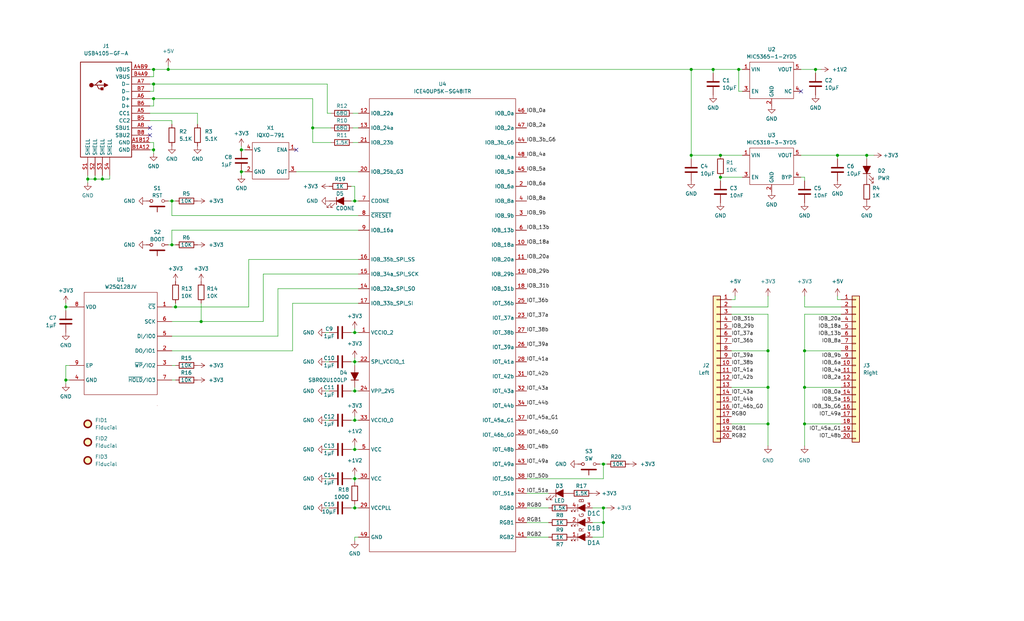
<source format=kicad_sch>
(kicad_sch (version 20231120) (generator "eeschema") (generator_version "8.0")
  (paper "USLegal")
  (title_block (title "iCEblinkPico") (date "2024-07-01") (company "Olin College of Engineering"))
  (lib_symbols
    (symbol "Connector_Generic:Conn_01x20" (pin_names (offset 1.016) hide)
      (property "Reference" "J" (at 0 25.4 0))
      (property "Value" "Conn_01x20" (at 0 -27.94 0))
      (symbol "Conn_01x20_1_1"
        (pin passive line (at -5.08 22.86 0) (length 3.81) (name "Pin_1") (number "1"))
        (pin passive line (at -5.08 0 0) (length 3.81) (name "Pin_10") (number "10"))
        (pin passive line (at -5.08 -2.54 0) (length 3.81) (name "Pin_11") (number "11"))
        (pin passive line (at -5.08 -5.08 0) (length 3.81) (name "Pin_12") (number "12"))
        (pin passive line (at -5.08 -7.62 0) (length 3.81) (name "Pin_13") (number "13"))
        (pin passive line (at -5.08 -10.16 0) (length 3.81) (name "Pin_14") (number "14"))
        (pin passive line (at -5.08 -12.7 0) (length 3.81) (name "Pin_15") (number "15"))
        (pin passive line (at -5.08 -15.24 0) (length 3.81) (name "Pin_16") (number "16"))
        (pin passive line (at -5.08 -17.78 0) (length 3.81) (name "Pin_17") (number "17"))
        (pin passive line (at -5.08 -20.32 0) (length 3.81) (name "Pin_18") (number "18"))
        (pin passive line (at -5.08 -22.86 0) (length 3.81) (name "Pin_19") (number "19"))
        (pin passive line (at -5.08 20.32 0) (length 3.81) (name "Pin_2") (number "2"))
        (pin passive line (at -5.08 -25.4 0) (length 3.81) (name "Pin_20") (number "20"))
        (pin passive line (at -5.08 17.78 0) (length 3.81) (name "Pin_3") (number "3"))
        (pin passive line (at -5.08 15.24 0) (length 3.81) (name "Pin_4") (number "4"))
        (pin passive line (at -5.08 12.7 0) (length 3.81) (name "Pin_5") (number "5"))
        (pin passive line (at -5.08 10.16 0) (length 3.81) (name "Pin_6") (number "6"))
        (pin passive line (at -5.08 7.62 0) (length 3.81) (name "Pin_7") (number "7"))
        (pin passive line (at -5.08 5.08 0) (length 3.81) (name "Pin_8") (number "8"))
        (pin passive line (at -5.08 2.54 0) (length 3.81) (name "Pin_9") (number "9"))
      )
    )
    (symbol "Device:C" (pin_numbers hide) (pin_names (offset 0.254))
      (property "Reference" "C" (at 0.635 2.54 0))
      (property "Value" "C" (at 0.635 -2.54 0))
      (symbol "C_1_1"
        (pin passive line (at 0 3.81 270) (length 2.794) (name "~") (number "1"))
        (pin passive line (at 0 -3.81 90) (length 2.794) (name "~") (number "2"))
      )
    )
    (symbol "Device:D_Filled" (pin_numbers hide) (pin_names (offset 1.016) hide)
      (property "Reference" "D" (at 0 2.54 0))
      (property "Value" "D_Filled" (at 0 -2.54 0))
      (symbol "D_Filled_1_1"
        (pin passive line (at -3.81 0 0) (length 2.54) (name "K") (number "1"))
        (pin passive line (at 3.81 0 180) (length 2.54) (name "A") (number "2"))
      )
    )
    (symbol "Device:LED_Filled" (pin_numbers hide) (pin_names (offset 1.016) hide)
      (property "Reference" "D" (at 0 2.54 0))
      (property "Value" "LED_Filled" (at 0 -2.54 0))
      (symbol "LED_Filled_1_1"
        (pin passive line (at -3.81 0 0) (length 2.54) (name "K") (number "1"))
        (pin passive line (at 3.81 0 180) (length 2.54) (name "A") (number "2"))
      )
    )
    (symbol "Device:R" (pin_numbers hide) (pin_names (offset 0))
      (property "Reference" "R" (at 2.032 0 90))
      (property "Value" "R" (at 0 0 90))
      (symbol "R_1_1"
        (pin passive line (at 0 3.81 270) (length 1.27) (name "~") (number "1"))
        (pin passive line (at 0 -3.81 90) (length 1.27) (name "~") (number "2"))
      )
    )
    (symbol "Eclectronics:ICE40UP5K-SG48ITR"
      (property "Reference" "U" (at 0 81.915 0))
      (property "Value" "ICE40UP5K-SG48ITR" (at 0 80.01 0))
      (symbol "ICE40UP5K-SG48ITR_1_1"
        (pin power_in line (at -29.21 -2.54 0) (length 3.81) (name "VCCIO_2") (number "1"))
        (pin bidirectional line (at 29.21 27.94 180) (length 3.81) (name "IOB_18a") (number "10"))
        (pin bidirectional line (at 29.21 22.86 180) (length 3.81) (name "IOB_20a") (number "11"))
        (pin bidirectional line (at -29.21 73.66 0) (length 3.81) (name "IOB_22a") (number "12"))
        (pin bidirectional line (at -29.21 68.58 0) (length 3.81) (name "IOB_24a") (number "13"))
        (pin bidirectional line (at -29.21 12.7 0) (length 3.81) (name "IOB_32a_SPI_SO") (number "14"))
        (pin bidirectional line (at -29.21 17.78 0) (length 3.81) (name "IOB_34a_SPI_SCK") (number "15"))
        (pin bidirectional line (at -29.21 22.86 0) (length 3.81) (name "IOB_35b_SPI_SS") (number "16"))
        (pin bidirectional line (at -29.21 7.62 0) (length 3.81) (name "IOB_33b_SPI_SI") (number "17"))
        (pin bidirectional line (at 29.21 12.7 180) (length 3.81) (name "IOB_31b") (number "18"))
        (pin bidirectional line (at 29.21 17.78 180) (length 3.81) (name "IOB_29b") (number "19"))
        (pin bidirectional line (at 29.21 48.26 180) (length 3.81) (name "IOB_6a") (number "2"))
        (pin bidirectional line (at -29.21 53.34 0) (length 3.81) (name "IOB_25b_G3") (number "20"))
        (pin bidirectional line (at -29.21 63.5 0) (length 3.81) (name "IOB_23b") (number "21"))
        (pin power_in line (at -29.21 -12.7 0) (length 3.81) (name "SPI_VCCIO_1") (number "22"))
        (pin bidirectional line (at 29.21 2.54 180) (length 3.81) (name "IOT_37a") (number "23"))
        (pin power_in line (at -29.21 -22.86 0) (length 3.81) (name "VPP_2V5") (number "24"))
        (pin bidirectional line (at 29.21 7.62 180) (length 3.81) (name "IOT_36b") (number "25"))
        (pin bidirectional line (at 29.21 -7.62 180) (length 3.81) (name "IOT_39a") (number "26"))
        (pin bidirectional line (at 29.21 -2.54 180) (length 3.81) (name "IOT_38b") (number "27"))
        (pin bidirectional line (at 29.21 -12.7 180) (length 3.81) (name "IOT_41a") (number "28"))
        (pin power_in line (at -29.21 -63.5 0) (length 3.81) (name "VCCPLL") (number "29"))
        (pin bidirectional line (at 29.21 38.1 180) (length 3.81) (name "IOB_9b") (number "3"))
        (pin power_in line (at -29.21 -53.34 0) (length 3.81) (name "VCC") (number "30"))
        (pin bidirectional line (at 29.21 -17.78 180) (length 3.81) (name "IOT_42b") (number "31"))
        (pin bidirectional line (at 29.21 -22.86 180) (length 3.81) (name "IOT_43a") (number "32"))
        (pin power_in line (at -29.21 -33.02 0) (length 3.81) (name "VCCIO_0") (number "33"))
        (pin bidirectional line (at 29.21 -27.94 180) (length 3.81) (name "IOT_44b") (number "34"))
        (pin bidirectional line (at 29.21 -38.1 180) (length 3.81) (name "IOT_46b_G0") (number "35"))
        (pin bidirectional line (at 29.21 -43.18 180) (length 3.81) (name "IOT_48b") (number "36"))
        (pin bidirectional line (at 29.21 -33.02 180) (length 3.81) (name "IOT_45a_G1") (number "37"))
        (pin bidirectional line (at 29.21 -53.34 180) (length 3.81) (name "IOT_50b") (number "38"))
        (pin open_collector line (at 29.21 -63.5 180) (length 3.81) (name "RGB0") (number "39"))
        (pin bidirectional line (at 29.21 43.18 180) (length 3.81) (name "IOB_8a") (number "4"))
        (pin open_collector line (at 29.21 -68.58 180) (length 3.81) (name "RGB1") (number "40"))
        (pin open_collector line (at 29.21 -73.66 180) (length 3.81) (name "RGB2") (number "41"))
        (pin bidirectional line (at 29.21 -58.42 180) (length 3.81) (name "IOT_51a") (number "42"))
        (pin bidirectional line (at 29.21 -48.26 180) (length 3.81) (name "IOT_49a") (number "43"))
        (pin bidirectional line (at 29.21 63.5 180) (length 3.81) (name "IOB_3b_G6") (number "44"))
        (pin bidirectional line (at 29.21 53.34 180) (length 3.81) (name "IOB_5a") (number "45"))
        (pin bidirectional line (at 29.21 73.66 180) (length 3.81) (name "IOB_0a") (number "46"))
        (pin bidirectional line (at 29.21 68.58 180) (length 3.81) (name "IOB_2a") (number "47"))
        (pin bidirectional line (at 29.21 58.42 180) (length 3.81) (name "IOB_4a") (number "48"))
        (pin power_in line (at -29.21 -73.66 0) (length 3.81) (name "GND") (number "49"))
        (pin power_in line (at -29.21 -43.18 0) (length 3.81) (name "VCC") (number "5"))
        (pin bidirectional line (at 29.21 33.02 180) (length 3.81) (name "IOB_13b") (number "6"))
        (pin output line (at -29.21 43.18 0) (length 3.81) (name "CDONE") (number "7"))
        (pin input line (at -29.21 38.1 0) (length 3.81) (name "~{CRESET}") (number "8"))
        (pin bidirectional line (at -29.21 33.02 0) (length 3.81) (name "IOB_16a") (number "9"))
      )
    )
    (symbol "Eclectronics:IN-S85TATRGB_ALT" (pin_names (offset 1.016))
      (property "Reference" "D" (at 2.54 -5.08 90))
      (symbol "IN-S85TATRGB_ALT_0_1"
        (pin input line (at 0 3.81 270) (length 2.54) (name "~") (number "3"))
      )
      (symbol "IN-S85TATRGB_ALT_1_0"
        (text "R" (at -2.54 0 0) (effects (font (size 1.524 1.524))))
      )
      (symbol "IN-S85TATRGB_ALT_1_1"
        (pin input line (at 0 -3.81 90) (length 2.54) (name "~") (number "1"))
      )
      (symbol "IN-S85TATRGB_ALT_2_0"
        (text "G" (at -2.54 0 0) (effects (font (size 1.524 1.524))))
      )
      (symbol "IN-S85TATRGB_ALT_2_1"
        (pin input line (at 0 -3.81 90) (length 2.54) (name "~") (number "2"))
      )
      (symbol "IN-S85TATRGB_ALT_3_0"
        (text "B" (at -2.54 0 0) (effects (font (size 1.524 1.524))))
      )
      (symbol "IN-S85TATRGB_ALT_3_1"
        (pin input line (at 0 -3.81 90) (length 2.54) (name "~") (number "4"))
      )
    )
    (symbol "Eclectronics:IQXO-791"
      (property "Reference" "X" (at 0 9.525 0))
      (property "Value" "IQXO-791" (at 0 7.62 0))
      (symbol "IQXO-791_1_1"
        (pin input line (at 8.89 3.81 180) (length 2.54) (name "ENA") (number "1"))
        (pin power_in line (at -8.89 -3.81 0) (length 2.54) (name "GND") (number "2"))
        (pin output line (at 8.89 -3.81 180) (length 2.54) (name "OUT") (number "3"))
        (pin power_in line (at -8.89 3.81 0) (length 2.54) (name "VS") (number "4"))
      )
    )
    (symbol "Eclectronics:MIC5318-3-3YD5"
      (property "Reference" "U" (at 0 9.525 0))
      (property "Value" "MIC5318-3-3YD5" (at 0 7.62 0))
      (symbol "MIC5318-3-3YD5_1_1"
        (pin power_in line (at -10.16 3.81 0) (length 2.54) (name "VIN") (number "1"))
        (pin power_in line (at 0 -8.89 90) (length 2.54) (name "GND") (number "2"))
        (pin input line (at -10.16 -3.81 0) (length 2.54) (name "EN") (number "3"))
        (pin input line (at 10.16 -3.81 180) (length 2.54) (name "BYP") (number "4"))
        (pin power_out line (at 10.16 3.81 180) (length 2.54) (name "VOUT") (number "5"))
      )
    )
    (symbol "Eclectronics:MIC5365-1-2YD5"
      (property "Reference" "U" (at 0 9.525 0))
      (property "Value" "MIC5365-1-2YD5" (at 0 7.62 0))
      (symbol "MIC5365-1-2YD5_1_1"
        (pin power_in line (at -10.16 3.81 0) (length 2.54) (name "VIN") (number "1"))
        (pin power_in line (at 0 -8.89 90) (length 2.54) (name "GND") (number "2"))
        (pin input line (at -10.16 -3.81 0) (length 2.54) (name "EN") (number "3"))
        (pin input line (at 10.16 -3.81 180) (length 2.54) (name "NC") (number "4"))
        (pin power_out line (at 10.16 3.81 180) (length 2.54) (name "VOUT") (number "5"))
      )
    )
    (symbol "Eclectronics:SW" (pin_numbers hide) (pin_names (offset 1.016) hide)
      (property "Reference" "S" (at 1.27 2.54 0))
      (property "Value" "SW" (at 1.27 -2.54 0))
      (symbol "SW_1_1"
        (pin input line (at 0 -3.81 90) (length 1.27) (name "1") (number "1"))
        (pin input line (at 0 3.81 270) (length 1.27) (name "2") (number "2"))
      )
    )
    (symbol "Eclectronics:USB4105-GF-A"
      (property "Reference" "J" (at -8.89 20.32 0))
      (property "Value" "USB4105-GF-A" (at -8.89 17.78 0))
      (symbol "USB4105-GF-A_1_1"
        (pin power_in line (at 15.24 -11.43 180) (length 6.35) (name "GND") (number "A1B12"))
        (pin power_in line (at 15.24 13.97 180) (length 6.35) (name "VBUS") (number "A4B9"))
        (pin bidirectional line (at 15.24 -1.27 180) (length 6.35) (name "CC1") (number "A5"))
        (pin bidirectional line (at 15.24 3.81 180) (length 6.35) (name "D+") (number "A6"))
        (pin bidirectional line (at 15.24 8.89 180) (length 6.35) (name "D-") (number "A7"))
        (pin bidirectional line (at 15.24 -6.35 180) (length 6.35) (name "SBU1") (number "A8"))
        (pin power_in line (at 15.24 -13.97 180) (length 6.35) (name "GND") (number "B1A12"))
        (pin power_in line (at 15.24 11.43 180) (length 6.35) (name "VBUS") (number "B4A9"))
        (pin bidirectional line (at 15.24 -3.81 180) (length 6.35) (name "CC2") (number "B5"))
        (pin bidirectional line (at 15.24 1.27 180) (length 6.35) (name "D+") (number "B6"))
        (pin bidirectional line (at 15.24 6.35 180) (length 6.35) (name "D-") (number "B7"))
        (pin bidirectional line (at 15.24 -8.89 180) (length 6.35) (name "SBU2") (number "B8"))
        (pin power_in line (at -6.35 -22.86 90) (length 6.35) (name "SHELL") (number "S1"))
        (pin power_in line (at -3.81 -22.86 90) (length 6.35) (name "SHELL") (number "S2"))
        (pin power_in line (at -1.27 -22.86 90) (length 6.35) (name "SHELL") (number "S3"))
        (pin power_in line (at 1.27 -22.86 90) (length 6.35) (name "SHELL") (number "S4"))
      )
    )
    (symbol "Eclectronics:W25Q128JV"
      (property "Reference" "U" (at -12.7 21.59 0))
      (property "Value" "W25Q128JV" (at -12.7 19.05 0))
      (symbol "W25Q128JV_1_1"
        (pin input line (at 17.78 12.7 180) (length 5.08) (name "~{CS}") (number "1"))
        (pin bidirectional line (at 17.78 -2.54 180) (length 5.08) (name "DO/IO1") (number "2"))
        (pin bidirectional line (at 17.78 -7.62 180) (length 5.08) (name "~{WP}/IO2") (number "3"))
        (pin power_in line (at -17.78 -12.7 0) (length 5.08) (name "GND") (number "4"))
        (pin bidirectional line (at 17.78 2.54 180) (length 5.08) (name "DI/IO0") (number "5"))
        (pin input line (at 17.78 7.62 180) (length 5.08) (name "SCK") (number "6"))
        (pin bidirectional line (at 17.78 -12.7 180) (length 5.08) (name "~{HOLD}/IO3") (number "7"))
        (pin power_in line (at -17.78 12.7 0) (length 5.08) (name "VDD") (number "8"))
        (pin power_in line (at -17.78 -7.62 0) (length 5.08) (name "EP") (number "9"))
      )
    )
    (symbol "Mechanical:Fiducial"
      (property "Reference" "FID" (at 0 5.08 0))
      (property "Value" "Fiducial" (at 0 3.175 0))
    )
    (symbol "power:+1V2" (power) (pin_names (offset 0))
      (property "Value" "+1V2" (at 0 3.556 0))
      (symbol "+1V2_1_1"
        (pin power_in line (at 0 0 90) (length 0) hide (name "+1V2") (number "1"))
      )
    )
    (symbol "power:+3V3" (power) (pin_names (offset 0))
      (property "Value" "+3V3" (at 0 3.556 0))
      (symbol "+3V3_1_1"
        (pin power_in line (at 0 0 90) (length 0) hide (name "+3V3") (number "1"))
      )
    )
    (symbol "power:+5V" (power) (pin_names (offset 0))
      (property "Value" "+5V" (at 0 3.556 0))
      (symbol "+5V_1_1"
        (pin power_in line (at 0 0 90) (length 0) hide (name "+5V") (number "1"))
      )
    )
    (symbol "power:GND" (power) (pin_names (offset 0))
      (property "Value" "GND" (at 0 -3.81 0))
      (symbol "GND_1_1"
        (pin power_in line (at 0 0 270) (length 0) hide (name "GND") (number "1"))
      )
    )
  )
  (junction (at 290.83 53.975))
  (junction (at 266.7 147.32))
  (junction (at 256.54 24.13))
  (junction (at 123.19 115.57))
  (junction (at 108.585 44.45))
  (junction (at 69.85 111.76))
  (junction (at 123.19 166.37))
  (junction (at 33.02 62.23))
  (junction (at 59.69 85.09))
  (junction (at 83.82 59.69))
  (junction (at 250.19 53.975))
  (junction (at 22.86 132.08))
  (junction (at 283.21 24.13))
  (junction (at 123.19 146.05))
  (junction (at 123.19 125.73))
  (junction (at 279.4 121.92))
  (junction (at 83.82 52.07))
  (junction (at 247.65 24.13))
  (junction (at 60.96 106.68))
  (junction (at 250.19 61.595))
  (junction (at 53.34 52.07))
  (junction (at 53.34 29.21))
  (junction (at 240.03 24.13))
  (junction (at 209.55 181.61))
  (junction (at 240.03 53.975))
  (junction (at 300.99 53.975))
  (junction (at 123.19 156.21))
  (junction (at 209.55 176.53))
  (junction (at 35.56 62.23))
  (junction (at 209.55 161.29))
  (junction (at 123.19 176.53))
  (junction (at 123.19 135.89))
  (junction (at 53.34 24.13))
  (junction (at 266.7 121.92))
  (junction (at 266.7 134.62))
  (junction (at 279.4 134.62))
  (junction (at 59.69 69.85))
  (junction (at 58.42 24.13))
  (junction (at 123.19 69.85))
  (junction (at 22.86 106.68))
  (junction (at 279.4 147.32))
  (junction (at 53.34 34.29))
  (junction (at 30.48 62.23))
  (no_connect (at 52.07 44.45))
  (no_connect (at 52.07 46.99))
  (no_connect (at 278.13 31.75))
  (no_connect (at 102.87 52.07))
  (wire (pts (xy 53.34 26.67) (xy 53.34 24.13)))
  (wire (pts (xy 33.02 62.23) (xy 35.56 62.23)))
  (wire (pts (xy 182.88 181.61) (xy 190.5 181.61)))
  (wire (pts (xy 255.27 102.87) (xy 255.27 104.14)))
  (wire (pts (xy 123.19 124.46) (xy 123.19 125.73)))
  (wire (pts (xy 52.07 36.83) (xy 53.34 36.83)))
  (wire (pts (xy 266.7 109.22) (xy 266.7 121.92)))
  (wire (pts (xy 257.81 31.75) (xy 256.54 31.75)))
  (wire (pts (xy 59.69 74.93) (xy 124.46 74.93)))
  (wire (pts (xy 114.935 39.37) (xy 113.665 39.37)))
  (wire (pts (xy 209.55 186.69) (xy 205.74 186.69)))
  (wire (pts (xy 209.55 181.61) (xy 209.55 186.69)))
  (wire (pts (xy 22.86 127) (xy 22.86 132.08)))
  (wire (pts (xy 33.02 60.96) (xy 33.02 62.23)))
  (wire (pts (xy 52.07 52.07) (xy 53.34 52.07)))
  (wire (pts (xy 113.03 166.37) (xy 114.3 166.37)))
  (wire (pts (xy 60.96 106.68) (xy 86.36 106.68)))
  (wire (pts (xy 30.48 62.23) (xy 30.48 63.5)))
  (wire (pts (xy 209.55 176.53) (xy 210.82 176.53)))
  (wire (pts (xy 101.6 121.92) (xy 101.6 105.41)))
  (wire (pts (xy 279.4 102.87) (xy 279.4 106.68)))
  (wire (pts (xy 123.19 165.1) (xy 123.19 166.37)))
  (wire (pts (xy 108.585 44.45) (xy 108.585 34.29)))
  (wire (pts (xy 123.19 187.96) (xy 123.19 186.69)))
  (wire (pts (xy 53.34 24.13) (xy 58.42 24.13)))
  (wire (pts (xy 279.4 109.22) (xy 279.4 121.92)))
  (wire (pts (xy 35.56 60.96) (xy 35.56 62.23)))
  (wire (pts (xy 86.36 106.68) (xy 86.36 90.17)))
  (wire (pts (xy 292.1 109.22) (xy 279.4 109.22)))
  (wire (pts (xy 52.07 26.67) (xy 53.34 26.67)))
  (wire (pts (xy 96.52 116.84) (xy 96.52 100.33)))
  (wire (pts (xy 300.99 55.245) (xy 300.99 53.975)))
  (wire (pts (xy 113.665 29.21) (xy 53.34 29.21)))
  (wire (pts (xy 290.83 102.87) (xy 290.83 104.14)))
  (wire (pts (xy 53.34 49.53) (xy 53.34 52.07)))
  (wire (pts (xy 53.34 52.07) (xy 53.34 53.34)))
  (wire (pts (xy 59.69 106.68) (xy 60.96 106.68)))
  (wire (pts (xy 279.4 61.595) (xy 279.4 62.865)))
  (wire (pts (xy 123.19 125.73) (xy 124.46 125.73)))
  (wire (pts (xy 124.46 166.37) (xy 123.19 166.37)))
  (wire (pts (xy 122.555 49.53) (xy 124.46 49.53)))
  (wire (pts (xy 121.92 64.77) (xy 123.19 64.77)))
  (wire (pts (xy 33.02 62.23) (xy 30.48 62.23)))
  (wire (pts (xy 113.03 146.05) (xy 114.3 146.05)))
  (wire (pts (xy 209.55 161.29) (xy 210.82 161.29)))
  (wire (pts (xy 122.555 44.45) (xy 124.46 44.45)))
  (wire (pts (xy 182.88 186.69) (xy 190.5 186.69)))
  (wire (pts (xy 59.69 80.01) (xy 124.46 80.01)))
  (wire (pts (xy 254 121.92) (xy 266.7 121.92)))
  (wire (pts (xy 59.69 111.76) (xy 69.85 111.76)))
  (wire (pts (xy 52.07 39.37) (xy 68.58 39.37)))
  (wire (pts (xy 59.69 127) (xy 60.96 127)))
  (wire (pts (xy 290.83 53.975) (xy 290.83 55.245)))
  (wire (pts (xy 123.19 135.89) (xy 124.46 135.89)))
  (wire (pts (xy 121.92 166.37) (xy 123.19 166.37)))
  (wire (pts (xy 292.1 134.62) (xy 279.4 134.62)))
  (wire (pts (xy 256.54 24.13) (xy 257.81 24.13)))
  (wire (pts (xy 247.65 24.13) (xy 256.54 24.13)))
  (wire (pts (xy 205.74 176.53) (xy 209.55 176.53)))
  (wire (pts (xy 123.19 115.57) (xy 124.46 115.57)))
  (wire (pts (xy 30.48 60.96) (xy 30.48 62.23)))
  (wire (pts (xy 108.585 49.53) (xy 114.935 49.53)))
  (wire (pts (xy 59.69 85.09) (xy 60.96 85.09)))
  (wire (pts (xy 22.86 105.41) (xy 22.86 106.68)))
  (wire (pts (xy 59.69 43.18) (xy 59.69 41.91)))
  (wire (pts (xy 121.92 115.57) (xy 123.19 115.57)))
  (wire (pts (xy 208.28 161.29) (xy 209.55 161.29)))
  (wire (pts (xy 123.19 144.78) (xy 123.19 146.05)))
  (wire (pts (xy 283.21 24.13) (xy 278.13 24.13)))
  (wire (pts (xy 83.82 59.69) (xy 85.09 59.69)))
  (wire (pts (xy 59.69 132.08) (xy 60.96 132.08)))
  (wire (pts (xy 52.07 49.53) (xy 53.34 49.53)))
  (wire (pts (xy 68.58 39.37) (xy 68.58 43.18)))
  (wire (pts (xy 279.4 154.94) (xy 279.4 147.32)))
  (wire (pts (xy 182.88 176.53) (xy 190.5 176.53)))
  (wire (pts (xy 123.19 175.26) (xy 123.19 176.53)))
  (wire (pts (xy 59.69 121.92) (xy 101.6 121.92)))
  (wire (pts (xy 53.34 31.75) (xy 53.34 29.21)))
  (wire (pts (xy 123.19 125.73) (xy 123.19 127)))
  (wire (pts (xy 24.13 106.68) (xy 22.86 106.68)))
  (wire (pts (xy 247.65 25.4) (xy 247.65 24.13)))
  (wire (pts (xy 123.19 156.21) (xy 124.46 156.21)))
  (wire (pts (xy 108.585 34.29) (xy 53.34 34.29)))
  (wire (pts (xy 22.86 133.35) (xy 22.86 132.08)))
  (wire (pts (xy 113.03 115.57) (xy 114.3 115.57)))
  (wire (pts (xy 59.69 69.85) (xy 60.96 69.85)))
  (wire (pts (xy 113.03 176.53) (xy 114.3 176.53)))
  (wire (pts (xy 122.555 39.37) (xy 124.46 39.37)))
  (wire (pts (xy 22.86 132.08) (xy 24.13 132.08)))
  (wire (pts (xy 182.88 171.45) (xy 190.5 171.45)))
  (wire (pts (xy 279.4 121.92) (xy 279.4 134.62)))
  (wire (pts (xy 113.03 125.73) (xy 114.3 125.73)))
  (wire (pts (xy 254 109.22) (xy 266.7 109.22)))
  (wire (pts (xy 52.07 31.75) (xy 53.34 31.75)))
  (wire (pts (xy 38.1 60.96) (xy 38.1 62.23)))
  (wire (pts (xy 121.92 156.21) (xy 123.19 156.21)))
  (wire (pts (xy 290.83 104.14) (xy 292.1 104.14)))
  (wire (pts (xy 60.96 105.41) (xy 60.96 106.68)))
  (wire (pts (xy 292.1 106.68) (xy 279.4 106.68)))
  (wire (pts (xy 108.585 44.45) (xy 108.585 49.53)))
  (wire (pts (xy 22.86 106.68) (xy 22.86 107.95)))
  (wire (pts (xy 113.03 135.89) (xy 114.3 135.89)))
  (wire (pts (xy 266.7 102.87) (xy 266.7 106.68)))
  (wire (pts (xy 257.81 53.975) (xy 250.19 53.975)))
  (wire (pts (xy 58.42 85.09) (xy 59.69 85.09)))
  (wire (pts (xy 250.19 53.975) (xy 240.03 53.975)))
  (wire (pts (xy 58.42 24.13) (xy 240.03 24.13)))
  (wire (pts (xy 266.7 147.32) (xy 266.7 154.94)))
  (wire (pts (xy 123.19 154.94) (xy 123.19 156.21)))
  (wire (pts (xy 58.42 22.86) (xy 58.42 24.13)))
  (wire (pts (xy 91.44 95.25) (xy 124.46 95.25)))
  (wire (pts (xy 121.92 176.53) (xy 123.19 176.53)))
  (wire (pts (xy 182.88 166.37) (xy 209.55 166.37)))
  (wire (pts (xy 123.19 114.3) (xy 123.19 115.57)))
  (wire (pts (xy 59.69 41.91) (xy 52.07 41.91)))
  (wire (pts (xy 83.82 52.07) (xy 85.09 52.07)))
  (wire (pts (xy 278.13 61.595) (xy 279.4 61.595)))
  (wire (pts (xy 102.87 59.69) (xy 124.46 59.69)))
  (wire (pts (xy 205.74 181.61) (xy 209.55 181.61)))
  (wire (pts (xy 256.54 31.75) (xy 256.54 24.13)))
  (wire (pts (xy 91.44 111.76) (xy 91.44 95.25)))
  (wire (pts (xy 279.4 134.62) (xy 279.4 147.32)))
  (wire (pts (xy 121.92 146.05) (xy 123.19 146.05)))
  (wire (pts (xy 266.7 106.68) (xy 254 106.68)))
  (wire (pts (xy 300.99 53.975) (xy 290.83 53.975)))
  (wire (pts (xy 83.82 59.69) (xy 83.82 60.96)))
  (wire (pts (xy 283.21 25.4) (xy 283.21 24.13)))
  (wire (pts (xy 266.7 121.92) (xy 266.7 134.62)))
  (wire (pts (xy 123.19 69.85) (xy 124.46 69.85)))
  (wire (pts (xy 250.19 62.865) (xy 250.19 61.595)))
  (wire (pts (xy 209.55 176.53) (xy 209.55 181.61)))
  (wire (pts (xy 292.1 121.92) (xy 279.4 121.92)))
  (wire (pts (xy 266.7 134.62) (xy 266.7 147.32)))
  (wire (pts (xy 240.03 24.13) (xy 240.03 53.975)))
  (wire (pts (xy 240.03 53.975) (xy 240.03 55.245)))
  (wire (pts (xy 254 134.62) (xy 266.7 134.62)))
  (wire (pts (xy 255.27 104.14) (xy 254 104.14)))
  (wire (pts (xy 101.6 105.41) (xy 124.46 105.41)))
  (wire (pts (xy 123.19 166.37) (xy 123.19 167.64)))
  (wire (pts (xy 59.69 80.01) (xy 59.69 85.09)))
  (wire (pts (xy 59.69 69.85) (xy 59.69 74.93)))
  (wire (pts (xy 250.19 61.595) (xy 257.81 61.595)))
  (wire (pts (xy 123.19 134.62) (xy 123.19 135.89)))
  (wire (pts (xy 69.85 111.76) (xy 91.44 111.76)))
  (wire (pts (xy 83.82 50.8) (xy 83.82 52.07)))
  (wire (pts (xy 209.55 166.37) (xy 209.55 161.29)))
  (wire (pts (xy 59.69 116.84) (xy 96.52 116.84)))
  (wire (pts (xy 53.34 34.29) (xy 52.07 34.29)))
  (wire (pts (xy 69.85 105.41) (xy 69.85 111.76)))
  (wire (pts (xy 247.65 24.13) (xy 240.03 24.13)))
  (wire (pts (xy 86.36 90.17) (xy 124.46 90.17)))
  (wire (pts (xy 108.585 44.45) (xy 114.935 44.45)))
  (wire (pts (xy 300.99 53.975) (xy 303.53 53.975)))
  (wire (pts (xy 123.19 64.77) (xy 123.19 69.85)))
  (wire (pts (xy 123.19 186.69) (xy 124.46 186.69)))
  (wire (pts (xy 53.34 36.83) (xy 53.34 34.29)))
  (wire (pts (xy 279.4 147.32) (xy 292.1 147.32)))
  (wire (pts (xy 278.13 53.975) (xy 290.83 53.975)))
  (wire (pts (xy 53.34 29.21) (xy 52.07 29.21)))
  (wire (pts (xy 58.42 69.85) (xy 59.69 69.85)))
  (wire (pts (xy 24.13 127) (xy 22.86 127)))
  (wire (pts (xy 254 147.32) (xy 266.7 147.32)))
  (wire (pts (xy 283.21 24.13) (xy 285.115 24.13)))
  (wire (pts (xy 113.665 39.37) (xy 113.665 29.21)))
  (wire (pts (xy 53.34 24.13) (xy 52.07 24.13)))
  (wire (pts (xy 96.52 100.33) (xy 124.46 100.33)))
  (wire (pts (xy 113.03 156.21) (xy 114.3 156.21)))
  (wire (pts (xy 121.92 125.73) (xy 123.19 125.73)))
  (wire (pts (xy 123.19 176.53) (xy 124.46 176.53)))
  (wire (pts (xy 38.1 62.23) (xy 35.56 62.23)))
  (wire (pts (xy 123.19 146.05) (xy 124.46 146.05)))
  (wire (pts (xy 121.92 69.85) (xy 123.19 69.85)))
  (wire (pts (xy 121.92 135.89) (xy 123.19 135.89)))
  (label "IOT_41a" (at 182.88 125.73 0))
  (label "IOB_29b" (at 182.88 95.25 0))
  (label "IOB_2a" (at 182.88 44.45 0))
  (label "IOT_51a" (at 182.88 171.45 0))
  (label "IOT_46b_G0" (at 182.88 151.13 0))
  (label "IOB_9b" (at 292.1 124.46 180))
  (label "IOB_5a" (at 292.1 139.7 180))
  (label "IOT_49a" (at 292.1 144.78 180))
  (label "IOB_9b" (at 182.88 74.93 0))
  (label "IOB_31b" (at 254 111.76 0))
  (label "IOB_20a" (at 292.1 111.76 180))
  (label "IOT_50b" (at 182.88 166.37 0))
  (label "IOB_0a" (at 182.88 39.37 0))
  (label "IOT_44b" (at 254 139.7 0))
  (label "IOT_37a" (at 182.88 110.49 0))
  (label "IOB_2a" (at 292.1 132.08 180))
  (label "IOT_42b" (at 254 132.08 0))
  (label "IOT_39a" (at 182.88 120.65 0))
  (label "IOT_43a" (at 254 137.16 0))
  (label "IOT_41a" (at 254 129.54 0))
  (label "IOT_45a_G1" (at 182.88 146.05 0))
  (label "IOB_3b_G6" (at 182.88 49.53 0))
  (label "RGB1" (at 254 149.86 0))
  (label "IOB_31b" (at 182.88 100.33 0))
  (label "IOB_5a" (at 182.88 59.69 0))
  (label "IOB_4a" (at 292.1 129.54 180))
  (label "IOT_38b" (at 182.88 115.57 0))
  (label "IOT_36b" (at 182.88 105.41 0))
  (label "IOB_8a" (at 182.88 69.85 0))
  (label "IOB_20a" (at 182.88 90.17 0))
  (label "RGB2" (at 254 152.4 0))
  (label "IOB_6a" (at 292.1 127 180))
  (label "IOT_42b" (at 182.88 130.81 0))
  (label "IOB_8a" (at 292.1 119.38 180))
  (label "IOT_39a" (at 254 124.46 0))
  (label "IOT_38b" (at 254 127 0))
  (label "IOB_13b" (at 182.88 80.01 0))
  (label "IOT_37a" (at 254 116.84 0))
  (label "IOB_13b" (at 292.1 116.84 180))
  (label "IOB_4a" (at 182.88 54.61 0))
  (label "RGB0" (at 182.88 176.53 0))
  (label "IOT_45a_G1" (at 292.1 149.86 180))
  (label "IOB_3b_G6" (at 292.1 142.24 180))
  (label "IOT_36b" (at 254 119.38 0))
  (label "IOB_18a" (at 182.88 85.09 0))
  (label "RGB2" (at 182.88 186.69 0))
  (label "IOT_49a" (at 182.88 161.29 0))
  (label "IOB_18a" (at 292.1 114.3 180))
  (label "IOT_48b" (at 182.88 156.21 0))
  (label "IOT_44b" (at 182.88 140.97 0))
  (label "IOT_48b" (at 292.1 152.4 180))
  (label "RGB0" (at 254 144.78 0))
  (label "IOT_43a" (at 182.88 135.89 0))
  (label "IOT_46b_G0" (at 254 142.24 0))
  (label "IOB_0a" (at 292.1 137.16 180))
  (label "IOB_6a" (at 182.88 64.77 0))
  (label "RGB1" (at 182.88 181.61 0))
  (label "IOB_29b" (at 254 114.3 0))
  (symbol (lib_id "power:+3V3") (at 266.7 102.87 0) (unit 1)
    (property "Reference" "#PWR053" (effects (hide yes)))
    (property "Value" "+3V3" (at 266.7 97.79 0))
  )
  (symbol (lib_id "Device:R") (at 194.31 186.69 270) (unit 1)
    (property "Reference" "R7" (at 193.04 189.23 90) (effects (justify left)))
    (property "Value" "1K" (at 193.04 186.69 90) (effects (justify left)))
    (property "Footprint" "Resistor_SMD:R_0402_1005Metric" (effects (hide yes)))
  )
  (symbol (lib_id "power:+1V2") (at 123.19 165.1 0) (unit 1)
    (property "Reference" "#PWR041" (effects (hide yes)))
    (property "Value" "+1V2" (at 123.19 160.02 0))
  )
  (symbol (lib_id "power:+3V3") (at 60.96 97.79 0) (unit 1)
    (property "Reference" "#PWR025" (effects (hide yes)))
    (property "Value" "+3V3" (at 60.96 93.345 0))
  )
  (symbol (lib_id "power:GND") (at 113.03 156.21 270) (unit 1)
    (property "Reference" "#PWR040" (effects (hide yes)))
    (property "Value" "GND" (at 109.22 156.21 90) (effects (justify right)))
  )
  (symbol (lib_id "power:GND") (at 300.99 70.485 0) (unit 1)
    (property "Reference" "#PWR014" (effects (hide yes)))
    (property "Value" "GND" (at 300.99 74.93 0))
  )
  (symbol (lib_id "power:+3V3") (at 303.53 53.975 270) (unit 1)
    (property "Reference" "#PWR015" (effects (hide yes)))
    (property "Value" "+3V3" (at 306.705 53.975 90) (effects (justify left)))
  )
  (symbol (lib_id "Eclectronics:W25Q128JV") (at 41.91 119.38 0) (unit 1)
    (property "Reference" "U1" (at 41.91 97.155 0))
    (property "Value" "W25Q128JV" (at 41.91 99.695 0))
    (property "Footprint" "Package_SON:WSON-8-1EP_6x5mm_P1.27mm_EP3.4x4.3mm" (effects (hide yes)))
  )
  (symbol (lib_id "Device:R") (at 201.93 171.45 90) (unit 1)
    (property "Reference" "R17" (at 203.835 168.91 90) (effects (justify left)))
    (property "Value" "1.5K" (at 201.93 171.45 90))
    (property "Footprint" "Resistor_SMD:R_0402_1005Metric" (effects (hide yes)))
  )
  (symbol (lib_id "Device:D_Filled") (at 123.19 130.81 90) (unit 1)
    (property "Reference" "D4" (at 120.65 129.54 90) (effects (justify left)))
    (property "Value" "SBR02U100LP" (at 120.65 132.08 90) (effects (justify left)))
    (property "Footprint" "Eclectronics:X1-DFN1006-2" (effects (hide yes)))
    (property "Sim.Device" "D" (effects (hide yes)))
    (property "Sim.Pins" "1=K 2=A" (effects (hide yes)))
  )
  (symbol (lib_id "Device:C") (at 283.21 29.21 0) (unit 1)
    (property "Reference" "C2" (at 286.385 27.94 0) (effects (justify left)))
    (property "Value" "10µF" (at 286.385 30.48 0) (effects (justify left)))
    (property "Footprint" "Capacitor_SMD:C_0603_1608Metric" (effects (hide yes)))
  )
  (symbol (lib_id "power:GND") (at 114.3 69.85 270) (unit 1)
    (property "Reference" "#PWR044" (effects (hide yes)))
    (property "Value" "GND" (at 110.49 69.85 90) (effects (justify right)))
  )
  (symbol (lib_id "Device:R") (at 194.31 181.61 270) (unit 1)
    (property "Reference" "R9" (at 193.04 184.15 90) (effects (justify left)))
    (property "Value" "1K" (at 193.04 181.61 90) (effects (justify left)))
    (property "Footprint" "Resistor_SMD:R_0402_1005Metric" (effects (hide yes)))
  )
  (symbol (lib_id "power:+5V") (at 58.42 22.86 0) (unit 1)
    (property "Reference" "#PWR048" (effects (hide yes)))
    (property "Value" "+5V" (at 58.42 17.78 0))
  )
  (symbol (lib_id "Mechanical:Fiducial") (at 30.48 147.32 0) (unit 1)
    (property "Reference" "FID1" (at 33.02 146.05 0) (effects (justify left)))
    (property "Value" "Fiducial" (at 33.02 148.59 0) (effects (justify left)))
    (property "Footprint" "Fiducial:Fiducial_1mm_Mask2mm" (effects (hide yes)))
  )
  (symbol (lib_id "power:GND") (at 50.8 69.85 270) (unit 1)
    (property "Reference" "#PWR029" (effects (hide yes)))
    (property "Value" "GND" (at 46.99 69.85 90) (effects (justify right)))
  )
  (symbol (lib_id "Device:C") (at 83.82 55.88 0) (mirror y) (unit 1)
    (property "Reference" "C8" (at 80.645 54.61 0) (effects (justify left)))
    (property "Value" "1µF" (at 80.645 57.15 0) (effects (justify left)))
    (property "Footprint" "Capacitor_SMD:C_0402_1005Metric" (effects (hide yes)))
  )
  (symbol (lib_id "Device:LED_Filled") (at 300.99 59.055 90) (unit 1)
    (property "Reference" "D2" (at 304.8 59.3725 90) (effects (justify right)))
    (property "Value" "PWR" (at 304.8 61.9125 90) (effects (justify right)))
    (property "Footprint" "LED_SMD:LED_0805_2012Metric" (effects (hide yes)))
  )
  (symbol (lib_id "power:+3V3") (at 83.82 50.8 0) (unit 1)
    (property "Reference" "#PWR020" (effects (hide yes)))
    (property "Value" "+3V3" (at 83.82 46.355 0))
  )
  (symbol (lib_id "power:+3V3") (at 114.3 64.77 90) (unit 1)
    (property "Reference" "#PWR045" (effects (hide yes)))
    (property "Value" "+3V3" (at 110.49 64.77 90) (effects (justify left)))
  )
  (symbol (lib_id "power:GND") (at 113.03 135.89 270) (unit 1)
    (property "Reference" "#PWR037" (effects (hide yes)))
    (property "Value" "GND" (at 109.22 135.89 90) (effects (justify right)))
  )
  (symbol (lib_id "power:GND") (at 113.03 125.73 270) (unit 1)
    (property "Reference" "#PWR036" (effects (hide yes)))
    (property "Value" "GND" (at 109.22 125.73 90) (effects (justify right)))
  )
  (symbol (lib_id "power:GND") (at 290.83 62.865 0) (unit 1)
    (property "Reference" "#PWR013" (effects (hide yes)))
    (property "Value" "GND" (at 290.83 67.31 0))
  )
  (symbol (lib_id "power:GND") (at 113.03 166.37 270) (unit 1)
    (property "Reference" "#PWR042" (effects (hide yes)))
    (property "Value" "GND" (at 109.22 166.37 90) (effects (justify right)))
  )
  (symbol (lib_id "Device:C") (at 118.11 166.37 90) (unit 1)
    (property "Reference" "C14" (at 114.3 165.1 90))
    (property "Value" "1µF" (at 114.3 167.64 90))
    (property "Footprint" "Capacitor_SMD:C_0402_1005Metric" (effects (hide yes)))
  )
  (symbol (lib_id "power:+5V") (at 290.83 102.87 0) (unit 1)
    (property "Reference" "#PWR049" (effects (hide yes)))
    (property "Value" "+5V" (at 290.83 97.79 0))
  )
  (symbol (lib_id "power:+3V3") (at 68.58 69.85 270) (unit 1)
    (property "Reference" "#PWR030" (effects (hide yes)))
    (property "Value" "+3V3" (at 72.39 69.85 90) (effects (justify left)))
  )
  (symbol (lib_id "power:+3V3") (at 123.19 124.46 0) (unit 1)
    (property "Reference" "#PWR033" (effects (hide yes)))
    (property "Value" "+3V3" (at 123.19 119.38 0))
  )
  (symbol (lib_id "power:+5V") (at 255.27 102.87 0) (unit 1)
    (property "Reference" "#PWR054" (effects (hide yes)))
    (property "Value" "+5V" (at 255.27 97.79 0))
  )
  (symbol (lib_id "power:+3V3") (at 218.44 161.29 270) (unit 1)
    (property "Reference" "#PWR052" (effects (hide yes)))
    (property "Value" "+3V3" (at 222.25 161.29 90) (effects (justify left)))
  )
  (symbol (lib_id "power:GND") (at 22.86 133.35 0) (unit 1)
    (property "Reference" "#PWR018" (effects (hide yes)))
    (property "Value" "GND" (at 22.86 137.795 0))
  )
  (symbol (lib_id "power:+3V3") (at 279.4 102.87 0) (unit 1)
    (property "Reference" "#PWR051" (effects (hide yes)))
    (property "Value" "+3V3" (at 279.4 97.79 0))
  )
  (symbol (lib_id "power:+3V3") (at 69.85 97.79 0) (unit 1)
    (property "Reference" "#PWR026" (effects (hide yes)))
    (property "Value" "+3V3" (at 69.85 93.345 0))
  )
  (symbol (lib_id "Device:R") (at 64.77 127 90) (unit 1)
    (property "Reference" "R15" (at 66.675 124.46 90) (effects (justify left)))
    (property "Value" "10K" (at 66.675 127 90) (effects (justify left)))
    (property "Footprint" "Resistor_SMD:R_0402_1005Metric" (effects (hide yes)))
  )
  (symbol (lib_id "Device:R") (at 118.11 64.77 90) (unit 1)
    (property "Reference" "R19" (at 118.11 62.23 90))
    (property "Value" "1K" (at 119.38 64.77 90) (effects (justify left)))
    (property "Footprint" "Resistor_SMD:R_0402_1005Metric" (effects (hide yes)))
  )
  (symbol (lib_id "power:GND") (at 240.03 62.865 0) (unit 1)
    (property "Reference" "#PWR011" (effects (hide yes)))
    (property "Value" "GND" (at 240.03 67.31 0))
  )
  (symbol (lib_id "power:+3V3") (at 68.58 85.09 270) (unit 1)
    (property "Reference" "#PWR023" (effects (hide yes)))
    (property "Value" "+3V3" (at 72.39 85.09 90) (effects (justify left)))
  )
  (symbol (lib_id "power:GND") (at 200.66 161.29 270) (unit 1)
    (property "Reference" "#PWR050" (effects (hide yes)))
    (property "Value" "GND" (at 196.85 161.29 90) (effects (justify right)))
  )
  (symbol (lib_id "power:+3V3") (at 123.19 114.3 0) (unit 1)
    (property "Reference" "#PWR032" (effects (hide yes)))
    (property "Value" "+3V3" (at 123.19 109.855 0))
  )
  (symbol (lib_id "Device:C") (at 118.11 125.73 90) (unit 1)
    (property "Reference" "C10" (at 114.3 124.46 90))
    (property "Value" "1µF" (at 114.3 127 90))
    (property "Footprint" "Capacitor_SMD:C_0402_1005Metric" (effects (hide yes)))
  )
  (symbol (lib_id "Device:R") (at 214.63 161.29 90) (unit 1)
    (property "Reference" "R20" (at 215.9 158.75 90) (effects (justify left)))
    (property "Value" "10K" (at 216.535 161.29 90) (effects (justify left)))
    (property "Footprint" "Resistor_SMD:R_0402_1005Metric" (effects (hide yes)))
  )
  (symbol (lib_id "Device:C") (at 118.11 176.53 90) (unit 1)
    (property "Reference" "C15" (at 114.3 175.26 90))
    (property "Value" "10µF" (at 114.3 177.8 90))
    (property "Footprint" "Capacitor_SMD:C_0603_1608Metric" (effects (hide yes)))
  )
  (symbol (lib_id "power:+3V3") (at 22.86 105.41 0) (unit 1)
    (property "Reference" "#PWR016" (effects (hide yes)))
    (property "Value" "+3V3" (at 22.86 100.965 0))
  )
  (symbol (lib_id "Device:R") (at 118.745 39.37 90) (unit 1)
    (property "Reference" "R12" (at 118.745 36.83 90))
    (property "Value" "68Ω" (at 118.745 39.37 90))
    (property "Footprint" "Resistor_SMD:R_0402_1005Metric" (effects (hide yes)))
  )
  (symbol (lib_id "power:GND") (at 30.48 63.5 0) (unit 1)
    (property "Reference" "#PWR01" (effects (hide yes)))
    (property "Value" "GND" (at 30.48 67.945 0))
  )
  (symbol (lib_id "power:GND") (at 279.4 70.485 0) (unit 1)
    (property "Reference" "#PWR012" (effects (hide yes)))
    (property "Value" "GND" (at 279.4 74.93 0))
  )
  (symbol (lib_id "Device:R") (at 250.19 57.785 0) (unit 1)
    (property "Reference" "R1" (at 252.095 56.515 0) (effects (justify left)))
    (property "Value" "10K" (at 252.095 59.055 0) (effects (justify left)))
    (property "Footprint" "Resistor_SMD:R_0402_1005Metric" (effects (hide yes)))
  )
  (symbol (lib_id "Connector_Generic:Conn_01x20") (at 248.92 127 0) (mirror y) (unit 1)
    (property "Reference" "J2" (at 246.38 127 0) (effects (justify left)))
    (property "Value" "Left" (at 246.38 129.54 0) (effects (justify left)))
    (property "Footprint" "Connector_PinHeader_2.54mm:PinHeader_1x20_P2.54mm_Vertical" (effects (hide yes)))
  )
  (symbol (lib_id "power:GND") (at 83.82 60.96 0) (unit 1)
    (property "Reference" "#PWR019" (effects (hide yes)))
    (property "Value" "GND" (at 83.82 65.405 0))
  )
  (symbol (lib_id "power:GND") (at 59.69 50.8 0) (unit 1)
    (property "Reference" "#PWR03" (effects (hide yes)))
    (property "Value" "GND" (at 59.69 55.245 0))
  )
  (symbol (lib_id "power:GND") (at 250.19 70.485 0) (unit 1)
    (property "Reference" "#PWR010" (effects (hide yes)))
    (property "Value" "GND" (at 250.19 74.93 0))
  )
  (symbol (lib_id "Device:R") (at 69.85 101.6 0) (unit 1)
    (property "Reference" "R14" (at 71.755 100.33 0) (effects (justify left)))
    (property "Value" "10K" (at 71.755 102.87 0) (effects (justify left)))
    (property "Footprint" "Resistor_SMD:R_0402_1005Metric" (effects (hide yes)))
  )
  (symbol (lib_id "Eclectronics:IN-S85TATRGB_ALT") (at 201.93 186.69 270) (unit 1)
    (property "Reference" "D1" (at 203.835 188.595 90) (effects (font (size 1.524 1.524)) (justify left)))
    (property "Value" "IN-S85TATRGB_ALT" (effects (hide yes)))
    (property "Footprint" "Eclectronics:IN-S85TATRGB" (effects (hide yes)))
  )
  (symbol (lib_id "Device:C") (at 118.11 115.57 90) (unit 1)
    (property "Reference" "C9" (at 114.3 114.3 90))
    (property "Value" "1µF" (at 114.3 116.84 90))
    (property "Footprint" "Capacitor_SMD:C_0402_1005Metric" (effects (hide yes)))
  )
  (symbol (lib_id "Connector_Generic:Conn_01x20") (at 297.18 127 0) (unit 1)
    (property "Reference" "J3" (at 299.72 127 0) (effects (justify left)))
    (property "Value" "Right" (at 299.72 129.54 0) (effects (justify left)))
    (property "Footprint" "Connector_PinHeader_2.54mm:PinHeader_1x20_P2.54mm_Vertical" (effects (hide yes)))
  )
  (symbol (lib_id "power:GND") (at 283.21 33.02 0) (unit 1)
    (property "Reference" "#PWR08" (effects (hide yes)))
    (property "Value" "GND" (at 283.21 37.465 0))
  )
  (symbol (lib_id "power:+1V2") (at 123.19 154.94 0) (unit 1)
    (property "Reference" "#PWR039" (effects (hide yes)))
    (property "Value" "+1V2" (at 123.19 149.86 0))
  )
  (symbol (lib_id "Eclectronics:USB4105-GF-A") (at 36.83 38.1 0) (unit 1)
    (property "Reference" "J1" (at 36.83 16.0023 0))
    (property "Value" "USB4105-GF-A" (at 36.83 18.5423 0))
    (property "Footprint" "Eclectronics:USB4105-GF-A" (effects (hide yes)))
  )
  (symbol (lib_id "Device:C") (at 118.11 135.89 90) (unit 1)
    (property "Reference" "C11" (at 114.3 134.62 90))
    (property "Value" "1µF" (at 114.3 137.16 90))
    (property "Footprint" "Capacitor_SMD:C_0402_1005Metric" (effects (hide yes)))
  )
  (symbol (lib_id "power:GND") (at 247.65 33.02 0) (unit 1)
    (property "Reference" "#PWR07" (effects (hide yes)))
    (property "Value" "GND" (at 247.65 37.465 0))
  )
  (symbol (lib_id "Device:C") (at 247.65 29.21 0) (unit 1)
    (property "Reference" "C1" (at 250.825 27.94 0) (effects (justify left)))
    (property "Value" "10µF" (at 250.825 30.48 0) (effects (justify left)))
    (property "Footprint" "Capacitor_SMD:C_0603_1608Metric" (effects (hide yes)))
  )
  (symbol (lib_id "power:GND") (at 68.58 50.8 0) (unit 1)
    (property "Reference" "#PWR04" (effects (hide yes)))
    (property "Value" "GND" (at 68.58 55.245 0))
  )
  (symbol (lib_id "power:GND") (at 123.19 187.96 0) (unit 1)
    (property "Reference" "#PWR021" (effects (hide yes)))
    (property "Value" "GND" (at 123.19 192.405 0))
  )
  (symbol (lib_id "Eclectronics:MIC5365-1-2YD5") (at 267.97 27.94 0) (unit 1)
    (property "Reference" "U2" (at 267.97 17.145 0))
    (property "Value" "MIC5365-1-2YD5" (at 267.97 19.685 0))
    (property "Footprint" "Package_TO_SOT_SMD:SOT-23-5" (effects (hide yes)))
  )
  (symbol (lib_id "Device:R") (at 194.31 176.53 270) (unit 1)
    (property "Reference" "R8" (at 193.04 179.07 90) (effects (justify left)))
    (property "Value" "1.5K" (at 194.31 176.53 90))
    (property "Footprint" "Resistor_SMD:R_0402_1005Metric" (effects (hide yes)))
  )
  (symbol (lib_id "Eclectronics:IN-S85TATRGB_ALT") (at 201.93 176.53 270) (unit 3)
    (property "Reference" "D1" (at 203.835 178.435 90) (effects (font (size 1.524 1.524)) (justify left)))
    (property "Value" "IN-S85TATRGB_ALT" (effects (hide yes)))
    (property "Footprint" "Eclectronics:IN-S85TATRGB" (effects (hide yes)))
  )
  (symbol (lib_id "Device:R") (at 123.19 171.45 0) (mirror y) (unit 1)
    (property "Reference" "R18" (at 121.285 170.18 0) (effects (justify left)))
    (property "Value" "100Ω" (at 121.285 172.72 0) (effects (justify left)))
    (property "Footprint" "Resistor_SMD:R_0402_1005Metric" (effects (hide yes)))
  )
  (symbol (lib_id "Device:LED_Filled") (at 118.11 69.85 0) (unit 1)
    (property "Reference" "D5" (at 119.38 67.31 0) (effects (justify right)))
    (property "Value" "CDONE" (at 123.19 72.39 0) (effects (justify right)))
    (property "Footprint" "LED_SMD:LED_0805_2012Metric" (effects (hide yes)))
  )
  (symbol (lib_id "power:GND") (at 113.03 146.05 270) (unit 1)
    (property "Reference" "#PWR038" (effects (hide yes)))
    (property "Value" "GND" (at 109.22 146.05 90) (effects (justify right)))
  )
  (symbol (lib_id "Eclectronics:ICE40UP5K-SG48ITR") (at 153.67 113.03 0) (unit 1)
    (property "Reference" "U4" (at 153.67 29.21 0))
    (property "Value" "ICE40UP5K-SG48ITR" (at 153.67 31.75 0))
    (property "Footprint" "Package_DFN_QFN:QFN-48-1EP_7x7mm_P0.5mm_EP5.6x5.6mm" (effects (hide yes)))
  )
  (symbol (lib_id "Eclectronics:SW") (at 204.47 161.29 90) (unit 1)
    (property "Reference" "S3" (at 204.47 156.845 90))
    (property "Value" "SW" (at 204.47 159.385 90))
    (property "Footprint" "Button_Switch_SMD:SW_SPST_B3U-1000P" (effects (hide yes)))
  )
  (symbol (lib_id "Device:C") (at 250.19 66.675 0) (unit 1)
    (property "Reference" "C3" (at 253.365 65.405 0) (effects (justify left)))
    (property "Value" "10nF" (at 253.365 67.945 0) (effects (justify left)))
    (property "Footprint" "Capacitor_SMD:C_0402_1005Metric" (effects (hide yes)))
  )
  (symbol (lib_id "Device:R") (at 59.69 46.99 0) (unit 1)
    (property "Reference" "R2" (at 62.23 45.72 0) (effects (justify left)))
    (property "Value" "5.1K" (at 62.23 48.26 0) (effects (justify left)))
    (property "Footprint" "Resistor_SMD:R_0402_1005Metric" (effects (hide yes)))
  )
  (symbol (lib_id "Device:R") (at 118.745 44.45 90) (unit 1)
    (property "Reference" "R10" (at 118.745 41.91 90))
    (property "Value" "68Ω" (at 118.745 44.45 90))
    (property "Footprint" "Resistor_SMD:R_0402_1005Metric" (effects (hide yes)))
  )
  (symbol (lib_id "Device:R") (at 64.77 85.09 90) (unit 1)
    (property "Reference" "R6" (at 66.04 82.55 90) (effects (justify left)))
    (property "Value" "10K" (at 66.675 85.09 90) (effects (justify left)))
    (property "Footprint" "Resistor_SMD:R_0402_1005Metric" (effects (hide yes)))
  )
  (symbol (lib_id "Device:R") (at 60.96 101.6 0) (unit 1)
    (property "Reference" "R13" (at 62.865 100.33 0) (effects (justify left)))
    (property "Value" "10K" (at 62.865 102.87 0) (effects (justify left)))
    (property "Footprint" "Resistor_SMD:R_0402_1005Metric" (effects (hide yes)))
  )
  (symbol (lib_id "power:+3V3") (at 205.74 171.45 270) (unit 1)
    (property "Reference" "#PWR031" (effects (hide yes)))
    (property "Value" "+3V3" (at 208.915 171.45 90) (effects (justify left)))
  )
  (symbol (lib_id "Eclectronics:SW") (at 54.61 85.09 90) (unit 1)
    (property "Reference" "S2" (at 54.61 80.645 90))
    (property "Value" "BOOT" (at 54.61 83.185 90))
    (property "Footprint" "Button_Switch_SMD:SW_SPST_B3U-1000P" (effects (hide yes)))
  )
  (symbol (lib_id "Eclectronics:SW") (at 54.61 69.85 90) (unit 1)
    (property "Reference" "S1" (at 54.61 65.405 90))
    (property "Value" "RST" (at 54.61 67.945 90))
    (property "Footprint" "Button_Switch_SMD:SW_SPST_B3U-1000P" (effects (hide yes)))
  )
  (symbol (lib_id "Eclectronics:IN-S85TATRGB_ALT") (at 201.93 181.61 270) (unit 2)
    (property "Reference" "D1" (at 203.835 183.515 90) (effects (font (size 1.524 1.524)) (justify left)))
    (property "Value" "IN-S85TATRGB_ALT" (effects (hide yes)))
    (property "Footprint" "Eclectronics:IN-S85TATRGB" (effects (hide yes)))
  )
  (symbol (lib_id "power:+3V3") (at 210.82 176.53 270) (unit 1)
    (property "Reference" "#PWR024" (effects (hide yes)))
    (property "Value" "+3V3" (at 213.995 176.53 90) (effects (justify left)))
  )
  (symbol (lib_id "Device:LED_Filled") (at 194.31 171.45 0) (unit 1)
    (property "Reference" "D3" (at 195.58 168.91 0) (effects (justify right)))
    (property "Value" "LED" (at 194.31 173.99 0))
    (property "Footprint" "LED_SMD:LED_0805_2012Metric" (effects (hide yes)))
  )
  (symbol (lib_id "Device:C") (at 118.11 156.21 90) (unit 1)
    (property "Reference" "C13" (at 114.3 154.94 90))
    (property "Value" "1µF" (at 114.3 157.48 90))
    (property "Footprint" "Capacitor_SMD:C_0402_1005Metric" (effects (hide yes)))
  )
  (symbol (lib_id "power:GND") (at 267.97 36.83 0) (unit 1)
    (property "Reference" "#PWR05" (effects (hide yes)))
    (property "Value" "GND" (at 267.97 41.275 0))
  )
  (symbol (lib_id "Device:R") (at 118.745 49.53 90) (unit 1)
    (property "Reference" "R11" (at 118.745 46.99 90))
    (property "Value" "1.5K" (at 118.745 49.53 90))
    (property "Footprint" "Resistor_SMD:R_0402_1005Metric" (effects (hide yes)))
  )
  (symbol (lib_id "Device:C") (at 290.83 59.055 0) (unit 1)
    (property "Reference" "C6" (at 294.005 57.785 0) (effects (justify left)))
    (property "Value" "10µF" (at 294.005 60.325 0) (effects (justify left)))
    (property "Footprint" "Capacitor_SMD:C_0603_1608Metric" (effects (hide yes)))
  )
  (symbol (lib_id "power:GND") (at 22.86 115.57 0) (unit 1)
    (property "Reference" "#PWR017" (effects (hide yes)))
    (property "Value" "GND" (at 22.86 120.015 0))
  )
  (symbol (lib_id "Eclectronics:IQXO-791") (at 93.98 55.88 0) (unit 1)
    (property "Reference" "X1" (at 93.98 44.45 0))
    (property "Value" "IQXO-791" (at 93.98 46.99 0))
    (property "Footprint" "Eclectronics:IQXO-791" (effects (hide yes)))
  )
  (symbol (lib_id "Device:R") (at 68.58 46.99 0) (unit 1)
    (property "Reference" "R3" (at 71.12 45.72 0) (effects (justify left)))
    (property "Value" "5.1K" (at 71.12 48.26 0) (effects (justify left)))
    (property "Footprint" "Resistor_SMD:R_0402_1005Metric" (effects (hide yes)))
  )
  (symbol (lib_id "power:GND") (at 53.34 53.34 0) (unit 1)
    (property "Reference" "#PWR02" (effects (hide yes)))
    (property "Value" "GND" (at 53.34 57.785 0))
  )
  (symbol (lib_id "Device:C") (at 22.86 111.76 0) (mirror y) (unit 1)
    (property "Reference" "C7" (at 19.685 110.49 0) (effects (justify left)))
    (property "Value" "1µF" (at 19.685 113.03 0) (effects (justify left)))
    (property "Footprint" "Capacitor_SMD:C_0402_1005Metric" (effects (hide yes)))
  )
  (symbol (lib_id "Device:R") (at 64.77 132.08 90) (unit 1)
    (property "Reference" "R16" (at 66.675 129.54 90) (effects (justify left)))
    (property "Value" "10K" (at 66.675 132.08 90) (effects (justify left)))
    (property "Footprint" "Resistor_SMD:R_0402_1005Metric" (effects (hide yes)))
  )
  (symbol (lib_id "power:GND") (at 279.4 154.94 0) (unit 1)
    (property "Reference" "#PWR047" (effects (hide yes)))
    (property "Value" "GND" (at 279.4 160.02 0))
  )
  (symbol (lib_id "Device:R") (at 64.77 69.85 90) (unit 1)
    (property "Reference" "R5" (at 66.04 67.31 90) (effects (justify left)))
    (property "Value" "10K" (at 66.675 69.85 90) (effects (justify left)))
    (property "Footprint" "Resistor_SMD:R_0402_1005Metric" (effects (hide yes)))
  )
  (symbol (lib_id "power:+1V2") (at 285.115 24.13 270) (unit 1)
    (property "Reference" "#PWR09" (effects (hide yes)))
    (property "Value" "+1V2" (at 288.925 24.13 90) (effects (justify left)))
  )
  (symbol (lib_id "Mechanical:Fiducial") (at 30.48 160.02 0) (unit 1)
    (property "Reference" "FID3" (at 33.02 158.75 0) (effects (justify left)))
    (property "Value" "Fiducial" (at 33.02 161.29 0) (effects (justify left)))
    (property "Footprint" "Fiducial:Fiducial_1mm_Mask2mm" (effects (hide yes)))
  )
  (symbol (lib_id "power:+3V3") (at 123.19 144.78 0) (unit 1)
    (property "Reference" "#PWR034" (effects (hide yes)))
    (property "Value" "+3V3" (at 123.19 140.97 0))
  )
  (symbol (lib_id "Mechanical:Fiducial") (at 30.48 153.67 0) (unit 1)
    (property "Reference" "FID2" (at 33.02 152.4 0) (effects (justify left)))
    (property "Value" "Fiducial" (at 33.02 154.94 0) (effects (justify left)))
    (property "Footprint" "Fiducial:Fiducial_1mm_Mask2mm" (effects (hide yes)))
  )
  (symbol (lib_id "Device:C") (at 118.11 146.05 90) (unit 1)
    (property "Reference" "C12" (at 114.3 144.78 90))
    (property "Value" "1µF" (at 114.3 147.32 90))
    (property "Footprint" "Capacitor_SMD:C_0402_1005Metric" (effects (hide yes)))
  )
  (symbol (lib_id "power:GND") (at 50.8 85.09 270) (unit 1)
    (property "Reference" "#PWR022" (effects (hide yes)))
    (property "Value" "GND" (at 46.99 85.09 90) (effects (justify right)))
  )
  (symbol (lib_id "Eclectronics:MIC5318-3-3YD5") (at 267.97 57.785 0) (unit 1)
    (property "Reference" "U3" (at 267.97 46.99 0))
    (property "Value" "MIC5318-3-3YD5" (at 267.97 49.53 0))
    (property "Footprint" "Package_TO_SOT_SMD:SOT-23-5" (effects (hide yes)))
  )
  (symbol (lib_id "Device:C") (at 279.4 66.675 0) (unit 1)
    (property "Reference" "C5" (at 282.575 65.405 0) (effects (justify left)))
    (property "Value" "10nF" (at 282.575 67.945 0) (effects (justify left)))
    (property "Footprint" "Capacitor_SMD:C_0402_1005Metric" (effects (hide yes)))
  )
  (symbol (lib_id "power:GND") (at 113.03 115.57 270) (unit 1)
    (property "Reference" "#PWR035" (effects (hide yes)))
    (property "Value" "GND" (at 109.22 115.57 90) (effects (justify right)))
  )
  (symbol (lib_id "Device:R") (at 300.99 66.675 0) (unit 1)
    (property "Reference" "R4" (at 302.895 65.405 0) (effects (justify left)))
    (property "Value" "1K" (at 302.895 67.945 0) (effects (justify left)))
    (property "Footprint" "Resistor_SMD:R_0402_1005Metric" (effects (hide yes)))
  )
  (symbol (lib_id "power:GND") (at 266.7 154.94 0) (unit 1)
    (property "Reference" "#PWR046" (effects (hide yes)))
    (property "Value" "GND" (at 266.7 160.02 0))
  )
  (symbol (lib_id "power:GND") (at 267.97 66.675 0) (unit 1)
    (property "Reference" "#PWR06" (effects (hide yes)))
    (property "Value" "GND" (at 267.97 71.12 0))
  )
  (symbol (lib_id "power:+3V3") (at 68.58 132.08 270) (unit 1)
    (property "Reference" "#PWR028" (effects (hide yes)))
    (property "Value" "+3V3" (at 72.39 132.08 90) (effects (justify left)))
  )
  (symbol (lib_id "power:GND") (at 113.03 176.53 270) (unit 1)
    (property "Reference" "#PWR043" (effects (hide yes)))
    (property "Value" "GND" (at 109.22 176.53 90) (effects (justify right)))
  )
  (symbol (lib_id "power:+3V3") (at 68.58 127 270) (unit 1)
    (property "Reference" "#PWR027" (effects (hide yes)))
    (property "Value" "+3V3" (at 72.39 127 90) (effects (justify left)))
  )
  (symbol (lib_id "Device:C") (at 240.03 59.055 0) (unit 1)
    (property "Reference" "C4" (at 243.205 57.785 0) (effects (justify left)))
    (property "Value" "10µF" (at 243.205 60.325 0) (effects (justify left)))
    (property "Footprint" "Capacitor_SMD:C_0603_1608Metric" (effects (hide yes)))
  )
)
</source>
